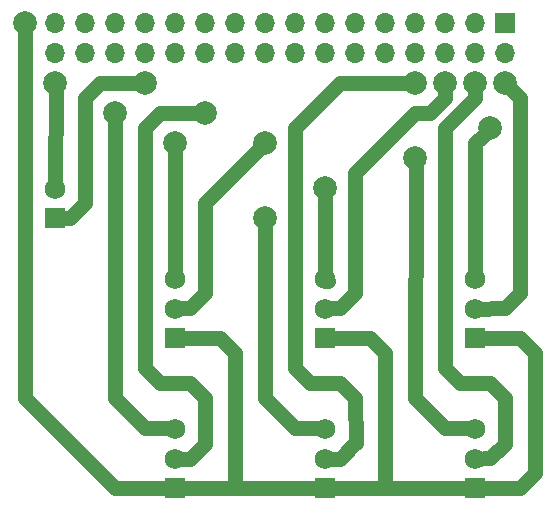
<source format=gbr>
G04 #@! TF.FileFunction,Copper,L2,Bot,Signal*
%FSLAX46Y46*%
G04 Gerber Fmt 4.6, Leading zero omitted, Abs format (unit mm)*
G04 Created by KiCad (PCBNEW 4.0.6-e0-6349~52~ubuntu16.10.1) date Tue Jul 11 23:35:05 2017*
%MOMM*%
%LPD*%
G01*
G04 APERTURE LIST*
%ADD10C,0.100000*%
%ADD11R,1.750000X1.750000*%
%ADD12C,1.750000*%
%ADD13R,1.700000X1.700000*%
%ADD14O,1.700000X1.700000*%
%ADD15C,2.000000*%
%ADD16C,1.270000*%
G04 APERTURE END LIST*
D10*
D11*
X3810000Y-10160000D03*
D12*
X3810000Y-7660000D03*
X3810000Y-5160000D03*
D13*
X19050000Y16510000D03*
D14*
X19050000Y13970000D03*
X16510000Y16510000D03*
X16510000Y13970000D03*
X13970000Y16510000D03*
X13970000Y13970000D03*
X11430000Y16510000D03*
X11430000Y13970000D03*
X8890000Y16510000D03*
X8890000Y13970000D03*
X6350000Y16510000D03*
X6350000Y13970000D03*
X3810000Y16510000D03*
X3810000Y13970000D03*
X1270000Y16510000D03*
X1270000Y13970000D03*
X-1270000Y16510000D03*
X-1270000Y13970000D03*
X-3810000Y16510000D03*
X-3810000Y13970000D03*
X-6350000Y16510000D03*
X-6350000Y13970000D03*
X-8890000Y16510000D03*
X-8890000Y13970000D03*
X-11430000Y16510000D03*
X-11430000Y13970000D03*
X-13970000Y16510000D03*
X-13970000Y13970000D03*
X-16510000Y16510000D03*
X-16510000Y13970000D03*
X-19050000Y16510000D03*
X-19050000Y13970000D03*
D11*
X-19050000Y0D03*
D12*
X-19050000Y2500000D03*
D11*
X16510000Y-10160000D03*
D12*
X16510000Y-7660000D03*
X16510000Y-5160000D03*
D11*
X16510000Y-22860000D03*
D12*
X16510000Y-20360000D03*
X16510000Y-17860000D03*
D11*
X3810000Y-22860000D03*
D12*
X3810000Y-20360000D03*
X3810000Y-17860000D03*
D11*
X-8890000Y-10160000D03*
D12*
X-8890000Y-7660000D03*
X-8890000Y-5160000D03*
D11*
X-8890000Y-22860000D03*
D12*
X-8890000Y-20360000D03*
X-8890000Y-17860000D03*
D15*
X17780000Y7620000D03*
X19050000Y11430000D03*
X11430000Y5080000D03*
X16510000Y11430000D03*
X3810000Y2540000D03*
X13970000Y11430000D03*
X-1270000Y0D03*
X11430000Y11430000D03*
X-8890000Y6350000D03*
X-1270000Y6350000D03*
X-13970000Y8890000D03*
X-6350000Y8890000D03*
X-19050000Y11430000D03*
X-11430000Y11430000D03*
X-21590000Y16510000D03*
D16*
X16590000Y-5080000D02*
X16480743Y-5079831D01*
X16480743Y-5079831D02*
X16510000Y6350000D01*
X16510000Y6350000D02*
X17860000Y7540000D01*
X16590000Y-5080000D02*
X16510000Y-5160000D01*
X17780000Y7620000D02*
X17860000Y7540000D01*
X17860000Y7540000D02*
X17780000Y7620000D01*
X16510000Y-7660000D02*
X19050000Y-7620000D01*
X19050000Y-7620000D02*
X20320000Y-6350000D01*
X20320000Y-6350000D02*
X20320000Y-6350000D01*
X16510000Y-7660000D02*
X16470000Y-7700000D01*
X20320000Y-6350000D02*
X20320000Y10160000D01*
X20320000Y10160000D02*
X19050000Y11430000D01*
X20320000Y-6350000D02*
X20280000Y-6310000D01*
X16430010Y-17780010D02*
X13970000Y-17780000D01*
X13970000Y-17780000D02*
X11430000Y-15240000D01*
X11430000Y-15240000D02*
X11510000Y5000000D01*
X16430010Y-17780010D02*
X16510000Y-17860000D01*
X11430000Y5080000D02*
X11510000Y5000000D01*
X11510000Y5000000D02*
X11430000Y5080000D01*
X19050000Y-15240000D02*
X19050000Y-19050000D01*
X19010000Y-19090000D02*
X17780000Y-20320000D01*
X17780000Y-20320000D02*
X16510000Y-20360000D01*
X19050000Y-19050000D02*
X19010000Y-19090000D01*
X13970000Y-12700000D02*
X15240000Y-13970000D01*
X15240000Y-13970000D02*
X17780000Y-13970000D01*
X17780000Y-13970000D02*
X19050000Y-15240000D01*
X19050000Y-15240000D02*
X19010000Y-15280000D01*
X13970000Y-12700000D02*
X13970000Y7620000D01*
X16510000Y10160000D02*
X16510000Y11430000D01*
X13970000Y7620000D02*
X16510000Y10160000D01*
X13970000Y-12700000D02*
X13970000Y-12700000D01*
X13970000Y-12700000D02*
X13930000Y-12660000D01*
X3810000Y2540000D02*
X3810000Y-5080000D01*
X3810000Y-5080000D02*
X4064000Y-5334000D01*
X3810000Y2540000D02*
X3890000Y2460000D01*
X6350000Y3810000D02*
X6350000Y3810000D01*
X6350000Y3810000D02*
X6350000Y3810000D01*
X6350000Y3810000D02*
X6350000Y3810000D01*
X6350000Y3810000D02*
X11430000Y8890000D01*
X11430000Y8890000D02*
X12700000Y8890000D01*
X12700000Y8890000D02*
X13970000Y10160000D01*
X13970000Y10160000D02*
X13970000Y11430000D01*
X13970000Y11430000D02*
X13970000Y10809542D01*
X13970000Y10809542D02*
X14010000Y11390000D01*
X14010000Y11390000D02*
X13970000Y11430000D01*
X6350000Y3810000D02*
X6350000Y-6350000D01*
X6350000Y-6350000D02*
X5080000Y-7620000D01*
X5080000Y-7620000D02*
X3810000Y-7620000D01*
X3810000Y-7620000D02*
X3770000Y-7580000D01*
X1270000Y-17780000D02*
X-1270000Y-15240000D01*
X3730000Y-17780000D02*
X1270000Y-17780000D01*
X-1270000Y-15240000D02*
X-1270000Y0D01*
X3730000Y-17780000D02*
X3810000Y-17860000D01*
X-1270000Y0D02*
X-1190000Y-80000D01*
X1270000Y-12700000D02*
X2540000Y-13970000D01*
X2540000Y-13970000D02*
X5080000Y-13970000D01*
X1270000Y7620000D02*
X1270000Y-12700000D01*
X6350000Y-19050000D02*
X5080000Y-20360000D01*
X5080000Y-20360000D02*
X3810000Y-20360000D01*
X6390000Y-19010000D02*
X6350000Y-19050000D01*
X5080000Y-13970000D02*
X6350000Y-15240000D01*
X6350000Y-15240000D02*
X6390000Y-19010000D01*
X1270000Y7620000D02*
X5080000Y11430000D01*
X5080000Y11430000D02*
X11430000Y11430000D01*
X-8890000Y-5160000D02*
X-8890000Y6350000D01*
X-8890000Y6350000D02*
X-8810000Y6270000D01*
X-8890000Y-5080000D02*
X-8970000Y-5000000D01*
X-6350000Y-6350000D02*
X-6350000Y1270000D01*
X-7620000Y-7620000D02*
X-6350000Y-6350000D01*
X-8850000Y-7620000D02*
X-7620000Y-7620000D01*
X-6350000Y1270000D02*
X-1270000Y6350000D01*
X-1270000Y6350000D02*
X-1270000Y6350000D01*
X-8850000Y-7620000D02*
X-8890000Y-7660000D01*
X-11430000Y-17780000D02*
X-13970000Y-15240000D01*
X-8890000Y-17780000D02*
X-11430000Y-17780000D01*
X-13970000Y-15240000D02*
X-13970000Y8890000D01*
X-13970000Y8890000D02*
X-13890000Y8810000D01*
X-7620000Y-13970000D02*
X-6350000Y-15240000D01*
X-6350000Y-15240000D02*
X-6350000Y-19050000D01*
X-11430000Y-12700000D02*
X-10160000Y-13970000D01*
X-10160000Y-13970000D02*
X-7620000Y-13970000D01*
X-6390000Y-19090000D02*
X-7620000Y-20360000D01*
X-7620000Y-20360000D02*
X-8890000Y-20360000D01*
X-6350000Y-19050000D02*
X-6390000Y-19090000D01*
X-11430000Y-12700000D02*
X-11430000Y-12620000D01*
X-6350000Y8890000D02*
X-6350000Y8890000D01*
X-11430000Y7620000D02*
X-10160000Y8890000D01*
X-10160000Y8890000D02*
X-6350000Y8890000D01*
X-11430000Y-12620000D02*
X-11430000Y7620000D01*
X-11430000Y-12700000D02*
X-11470000Y-12660000D01*
X-19010000Y11390000D02*
X-19050000Y2540000D01*
X-19050000Y11430000D02*
X-19010000Y11390000D01*
X-19050000Y2540000D02*
X-19090000Y2580000D01*
X-16510000Y1270000D02*
X-16510000Y10160000D01*
X-16510000Y10160000D02*
X-15240000Y11430000D01*
X-15240000Y11430000D02*
X-11430000Y11430000D01*
X-16510000Y1270000D02*
X-16510000Y1270000D01*
X-16510000Y1270000D02*
X-17780000Y0D01*
X-17780000Y0D02*
X-19050000Y0D01*
X3810000Y-22860000D02*
X-3810000Y-22860000D01*
X16510000Y-22860000D02*
X8890000Y-22860000D01*
X3810000Y-22860000D02*
X8890000Y-22860000D01*
X21590000Y-21590000D02*
X20320000Y-22860000D01*
X20320000Y-22860000D02*
X16510000Y-22860000D01*
X-3810000Y-22860000D02*
X-8890000Y-22860000D01*
X-8890000Y-10160000D02*
X-5080000Y-10160000D01*
X-5080000Y-10160000D02*
X-3810000Y-11430000D01*
X-3810000Y-11430000D02*
X-3810000Y-22860000D01*
X-21590000Y16510000D02*
X-21590000Y-15240000D01*
X-8890000Y-22860000D02*
X-13970000Y-22860000D01*
X-13970000Y-22860000D02*
X-21590000Y-15240000D01*
X3810000Y-10160000D02*
X7620000Y-10160000D01*
X7620000Y-10160000D02*
X8890000Y-11430000D01*
X8890000Y-11430000D02*
X8890000Y-22860000D01*
X16510000Y-10160000D02*
X20320000Y-10160000D01*
X20320000Y-10160000D02*
X21590000Y-11430000D01*
X21590000Y-11430000D02*
X21590000Y-21590000D01*
M02*

</source>
